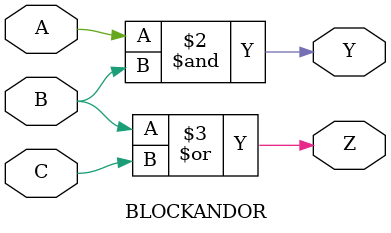
<source format=sv>
module BLOCKANDOR (
    output reg Y, Z,
    input wire A, B, C
);

always @ (A, B, C)
begin
    Y = A & B;
    Z = B | C;
end

endmodule

</source>
